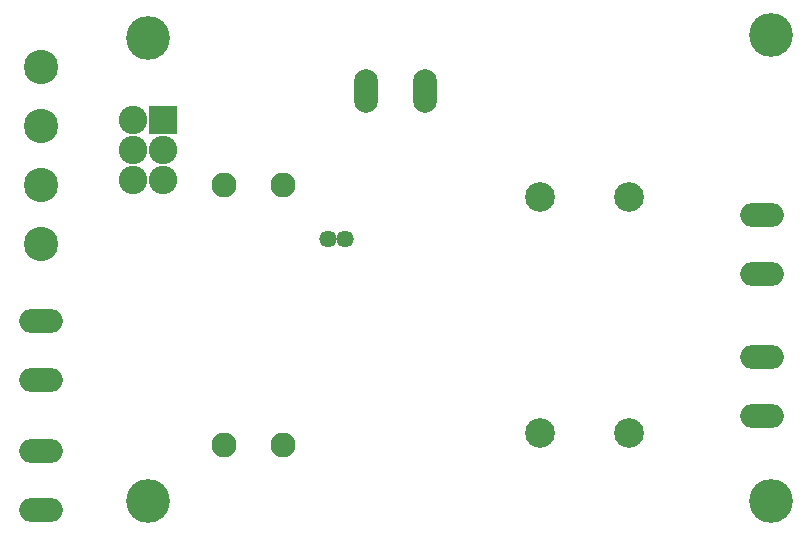
<source format=gbs>
G04 (created by PCBNEW-RS274X (2010-03-14)-final) date Thu 12 Jan 2012 21:53:35 GMT*
G01*
G70*
G90*
%MOIN*%
G04 Gerber Fmt 3.4, Leading zero omitted, Abs format*
%FSLAX34Y34*%
G04 APERTURE LIST*
%ADD10C,0.006000*%
%ADD11R,0.095000X0.095000*%
%ADD12C,0.095000*%
%ADD13C,0.057400*%
%ADD14C,0.083000*%
%ADD15C,0.098700*%
%ADD16O,0.146000X0.079100*%
%ADD17O,0.079100X0.146000*%
%ADD18C,0.114500*%
%ADD19C,0.146000*%
G04 APERTURE END LIST*
G54D10*
G54D11*
X40264Y-47819D03*
G54D12*
X40264Y-48819D03*
X40264Y-49819D03*
X39264Y-47819D03*
X39264Y-48819D03*
X39264Y-49819D03*
G54D13*
X45768Y-51772D03*
X46359Y-51772D03*
G54D14*
X42323Y-58661D03*
X44292Y-58661D03*
X42323Y-50000D03*
X44292Y-50000D03*
G54D15*
X52856Y-58268D03*
X55809Y-58268D03*
X52856Y-50394D03*
X55809Y-50394D03*
G54D16*
X60236Y-55708D03*
X60236Y-57677D03*
X36220Y-58857D03*
X36220Y-60826D03*
X36220Y-54527D03*
X36220Y-56496D03*
X60236Y-50983D03*
X60236Y-52952D03*
G54D17*
X47046Y-46850D03*
X49015Y-46850D03*
G54D18*
X36220Y-51968D03*
X36220Y-49999D03*
X36220Y-48031D03*
X36220Y-46062D03*
G54D19*
X60531Y-44980D03*
X60531Y-60531D03*
X39764Y-60531D03*
X39764Y-45079D03*
M02*

</source>
